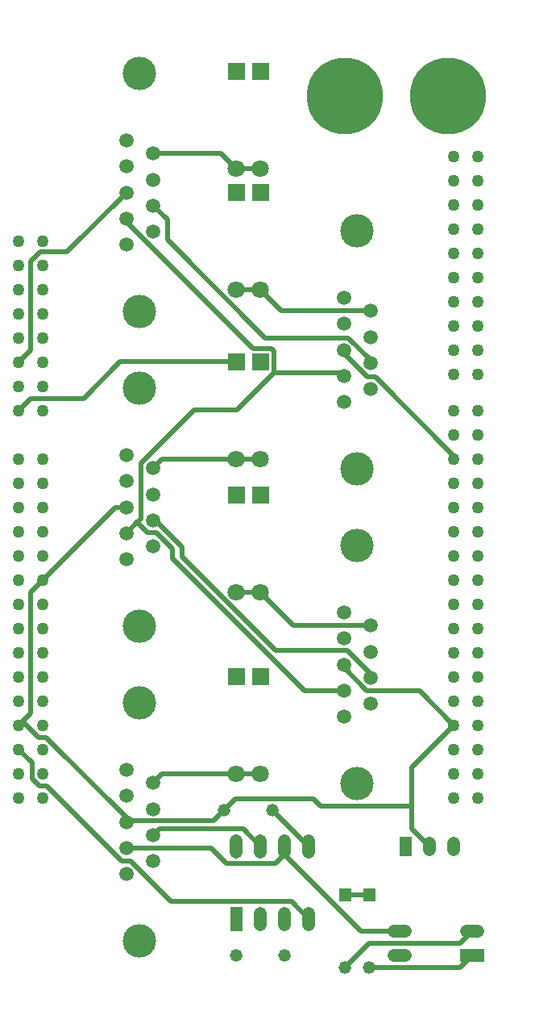
<source format=gbl>
%FSLAX24Y24*%
%MOIN*%
%ADD10C,0.0200*%
%ADD11C,0.0500*%
%ADD12C,0.0520*%
%ADD13C,0.0591*%
%ADD14C,0.0709*%
%ADD15C,0.1378*%
%ADD16C,0.3150*%
D10*
G01X18937Y21999D02*
X18937Y22141D01*
X18937Y22141D02*
X15701Y25377D01*
X15701Y25377D02*
X15349Y25377D01*
X15349Y25377D02*
X14378Y26348D01*
X14378Y26348D02*
X14378Y26500D01*
X5378Y7044D02*
X8981Y7044D01*
X8981Y7044D02*
X9437Y7500D01*
X5378Y7044D02*
X5378Y7000D01*
X1103Y11165D02*
X1768Y10500D01*
X1768Y10500D02*
X2074Y10500D01*
X2074Y10500D02*
X5378Y7195D01*
X5378Y7195D02*
X5378Y7044D01*
X1103Y11165D02*
X1437Y11500D01*
X1437Y11500D02*
X1437Y16500D01*
X1437Y16500D02*
X1937Y16999D01*
X937Y10999D02*
X1103Y11165D01*
X937Y26000D02*
X1437Y26500D01*
X1437Y26500D02*
X1437Y30145D01*
X1437Y30145D02*
X1841Y30549D01*
X1841Y30549D02*
X2927Y30549D01*
X2927Y30549D02*
X5378Y33000D01*
X17201Y7661D02*
X17201Y9264D01*
X17201Y9264D02*
X18937Y10999D01*
X17937Y6000D02*
X17201Y6735D01*
X17201Y6735D02*
X17201Y7661D01*
X9437Y7500D02*
X9908Y7970D01*
X9908Y7970D02*
X13116Y7970D01*
X13116Y7970D02*
X13425Y7661D01*
X13425Y7661D02*
X17201Y7661D01*
X1937Y16999D02*
X4937Y20000D01*
X4937Y20000D02*
X5378Y20000D01*
X14378Y13500D02*
X14378Y13375D01*
X14378Y13375D02*
X15332Y12421D01*
X15332Y12421D02*
X17516Y12421D01*
X17516Y12421D02*
X18937Y10999D01*
X937Y24000D02*
X1437Y24500D01*
X1437Y24500D02*
X3616Y24500D01*
X3616Y24500D02*
X5128Y26012D01*
X5128Y26012D02*
X9937Y26012D01*
X9937Y8987D02*
X6865Y8987D01*
X6865Y8987D02*
X6496Y8618D01*
X10937Y8987D02*
X9937Y8987D01*
X10937Y16487D02*
X12306Y15118D01*
X12306Y15118D02*
X15496Y15118D01*
X9937Y16487D02*
X10937Y16487D01*
X10937Y5999D02*
X10228Y6708D01*
X10228Y6708D02*
X6744Y6708D01*
X6744Y6708D02*
X6496Y6460D01*
X15496Y12960D02*
X15496Y13112D01*
X15496Y13112D02*
X14525Y14083D01*
X14525Y14083D02*
X11557Y14083D01*
X11557Y14083D02*
X7692Y17948D01*
X7692Y17948D02*
X7692Y18373D01*
X7692Y18373D02*
X6604Y19460D01*
X6604Y19460D02*
X6496Y19460D01*
X15496Y25960D02*
X15496Y26085D01*
X15496Y26085D02*
X14575Y27006D01*
X14575Y27006D02*
X11133Y27006D01*
X11133Y27006D02*
X7079Y31060D01*
X7079Y31060D02*
X7079Y31877D01*
X7079Y31877D02*
X6496Y32460D01*
X14437Y4000D02*
X15437Y4000D01*
X10937Y28987D02*
X9937Y28987D01*
X15496Y28118D02*
X11806Y28118D01*
X11806Y28118D02*
X10937Y28987D01*
X9937Y21987D02*
X6865Y21987D01*
X6865Y21987D02*
X6496Y21618D01*
X10937Y21987D02*
X9937Y21987D01*
X937Y10000D02*
X1487Y9450D01*
X1487Y9450D02*
X1487Y8794D01*
X1487Y8794D02*
X1782Y8500D01*
X1782Y8500D02*
X2085Y8500D01*
X2085Y8500D02*
X5203Y5381D01*
X5203Y5381D02*
X5555Y5381D01*
X5555Y5381D02*
X7226Y3711D01*
X7226Y3711D02*
X12226Y3711D01*
X12226Y3711D02*
X12937Y2999D01*
X14437Y999D02*
X15437Y2000D01*
X15437Y2000D02*
X19187Y2000D01*
X19187Y2000D02*
X19687Y2500D01*
X15437Y999D02*
X19187Y1000D01*
X19187Y1000D02*
X19687Y1500D01*
X12937Y5999D02*
X11437Y7500D01*
X5843Y19386D02*
X5378Y18921D01*
X11501Y25573D02*
X9960Y24032D01*
X9960Y24032D02*
X8198Y24032D01*
X8198Y24032D02*
X5997Y21831D01*
X5997Y21831D02*
X5997Y19540D01*
X5997Y19540D02*
X5843Y19386D01*
X5843Y19386D02*
X6264Y18965D01*
X6264Y18965D02*
X6622Y18965D01*
X6622Y18965D02*
X7285Y18301D01*
X7285Y18301D02*
X7285Y17900D01*
X7285Y17900D02*
X12764Y12421D01*
X12764Y12421D02*
X14378Y12421D01*
X5378Y31921D02*
X5378Y31799D01*
X5378Y31799D02*
X10610Y26567D01*
X10610Y26567D02*
X11389Y26567D01*
X11389Y26567D02*
X11501Y26455D01*
X11501Y26455D02*
X11501Y25573D01*
X11501Y25573D02*
X14226Y25573D01*
X14226Y25573D02*
X14378Y25421D01*
X11937Y5656D02*
X15093Y2500D01*
X15093Y2500D02*
X16687Y2500D01*
X11937Y5999D02*
X11937Y5656D01*
X5378Y5921D02*
X8906Y5921D01*
X8906Y5921D02*
X9533Y5295D01*
X9533Y5295D02*
X11576Y5295D01*
X11576Y5295D02*
X11937Y5656D01*
X10937Y33987D02*
X9937Y33987D01*
X6496Y34618D02*
X9306Y34618D01*
X9306Y34618D02*
X9937Y33987D01*
D11*
G01X18937Y25500D03*
X937Y26000D03*
X19937Y9000D03*
X19937Y32500D03*
X1937Y26999D03*
X18937Y20000D03*
X19937Y19000D03*
X19937Y27500D03*
X19937Y28500D03*
X18937Y14000D03*
X19937Y26500D03*
X18937Y10999D03*
X1937Y15000D03*
X1937Y14000D03*
X1937Y18000D03*
X19937Y21999D03*
X937Y31000D03*
X1937Y8000D03*
X937Y25000D03*
X937Y16000D03*
X937Y30000D03*
X937Y21999D03*
X1937Y17000D03*
X937Y24000D03*
X18937Y33500D03*
X1937Y25000D03*
X937Y10000D03*
X19937Y21000D03*
X937Y12000D03*
X19937Y34500D03*
X18937Y15000D03*
X937Y15000D03*
X19937Y8000D03*
X1937Y28000D03*
X1937Y12000D03*
X19937Y10000D03*
X937Y20000D03*
X19937Y10999D03*
X18937Y19000D03*
X937Y21000D03*
X937Y13000D03*
X18937Y27500D03*
X18937Y9000D03*
X1937Y10999D03*
X1937Y21000D03*
X1937Y26000D03*
X18937Y17000D03*
X1937Y31000D03*
X18937Y16000D03*
X1937Y20000D03*
X19937Y29500D03*
X937Y8000D03*
X18937Y10000D03*
X937Y9000D03*
X19937Y31500D03*
X19937Y24000D03*
X18937Y32500D03*
X19937Y14000D03*
X18937Y21000D03*
X937Y17000D03*
X18937Y21999D03*
X18937Y12000D03*
X1937Y21999D03*
X937Y28000D03*
X19937Y20000D03*
X937Y18000D03*
X19937Y33500D03*
X19937Y16000D03*
X19937Y13000D03*
X18937Y18000D03*
X1937Y24000D03*
X937Y26999D03*
X1937Y19000D03*
X19937Y23000D03*
X1937Y30000D03*
X18937Y28500D03*
X19937Y30500D03*
X18937Y30500D03*
X937Y10999D03*
X1937Y9000D03*
X19937Y25500D03*
X18937Y8000D03*
X19937Y12000D03*
X18937Y29500D03*
X19937Y15000D03*
X19937Y17000D03*
X19937Y18000D03*
X18937Y31500D03*
X18937Y23000D03*
X1937Y16000D03*
X1937Y10000D03*
X937Y29000D03*
X937Y14000D03*
X18937Y13000D03*
X18937Y34500D03*
X1937Y29000D03*
X1937Y13000D03*
X937Y19000D03*
X18937Y26500D03*
X18937Y24000D03*
D12*
G01X14437Y999D03*
X15437Y999D03*
X11937Y1499D03*
X9937Y1499D03*
X9437Y7500D03*
X11437Y7500D03*
X10937Y5759D02*
X10937Y6240D01*
X11937Y5759D02*
X11937Y6240D01*
X12937Y2759D02*
X12937Y3240D01*
X9937Y5759D02*
X9937Y6240D01*
X12937Y5759D02*
X12937Y6240D01*
X11937Y2759D02*
X11937Y3240D01*
X10937Y2759D02*
X10937Y3240D01*
X16927Y2500D02*
X16447Y2500D01*
X16927Y1500D02*
X16447Y1500D01*
X19927Y2500D02*
X19447Y2500D01*
X18937Y5860D02*
X18937Y6140D01*
X17937Y5860D02*
X17937Y6140D01*
D13*
G01X6496Y5381D03*
X6496Y6460D03*
X5378Y7000D03*
X5378Y8078D03*
X5378Y9157D03*
X6496Y8618D03*
X5378Y4842D03*
X6496Y7539D03*
X5378Y5921D03*
X6496Y18381D03*
X6496Y19460D03*
X5378Y20000D03*
X5378Y21078D03*
X5378Y22157D03*
X6496Y21618D03*
X5378Y17842D03*
X6496Y20539D03*
X5378Y18921D03*
X6496Y31381D03*
X6496Y32460D03*
X5378Y33000D03*
X5378Y34078D03*
X5378Y35157D03*
X6496Y34618D03*
X5378Y30842D03*
X6496Y33539D03*
X5378Y31921D03*
X15496Y11881D03*
X15496Y12960D03*
X14378Y13500D03*
X14378Y14578D03*
X14378Y15657D03*
X15496Y15118D03*
X14378Y11342D03*
X15496Y14039D03*
X14378Y12421D03*
X15496Y24881D03*
X15496Y25960D03*
X14378Y26500D03*
X14378Y27578D03*
X14378Y28657D03*
X15496Y28118D03*
X14378Y24342D03*
X15496Y27039D03*
X14378Y25421D03*
D14*
G01X9937Y28987D03*
X9937Y16487D03*
X9937Y8987D03*
X9937Y21987D03*
X9937Y33987D03*
X10937Y8987D03*
X10937Y21987D03*
X10937Y33987D03*
X10937Y16487D03*
X10937Y28987D03*
D15*
G01X5937Y2078D03*
X5937Y11921D03*
X5937Y15078D03*
X5937Y24921D03*
X5937Y28078D03*
X5937Y37921D03*
X14937Y8578D03*
X14937Y18421D03*
X14937Y21578D03*
X14937Y31421D03*
D16*
G01X14437Y37000D03*
X18687Y37000D03*
G36*
X10197Y3499D02*G01*
X9677Y3499D01*X9677Y2499D01*X10197Y2499D01*G37*
G36*
X14697Y3740D02*G01*
X14697Y4260D01*X14177Y4260D01*X14177Y3740D01*G37*
G36*
X15697Y3740D02*G01*
X15697Y4260D01*X15177Y4260D01*X15177Y3740D01*G37*
G36*
X10291Y32658D02*G01*
X10291Y33366D01*X9583Y33366D01*X9583Y32658D01*G37*
G36*
X10291Y20158D02*G01*
X10291Y20866D01*X9583Y20866D01*X9583Y20158D01*G37*
G36*
X10291Y12658D02*G01*
X10291Y13366D01*X9583Y13366D01*X9583Y12658D01*G37*
G36*
X10291Y25658D02*G01*
X10291Y26366D01*X9583Y26366D01*X9583Y25658D01*G37*
G36*
X10291Y37658D02*G01*
X10291Y38366D01*X9583Y38366D01*X9583Y37658D01*G37*
G36*
X11291Y12658D02*G01*
X11291Y13366D01*X10583Y13366D01*X10583Y12658D01*G37*
G36*
X11291Y25658D02*G01*
X11291Y26366D01*X10583Y26366D01*X10583Y25658D01*G37*
G36*
X11291Y37658D02*G01*
X11291Y38366D01*X10583Y38366D01*X10583Y37658D01*G37*
G36*
X11291Y20158D02*G01*
X11291Y20866D01*X10583Y20866D01*X10583Y20158D01*G37*
G36*
X11291Y32658D02*G01*
X11291Y33366D01*X10583Y33366D01*X10583Y32658D01*G37*
G36*
X19187Y1760D02*G01*
X19187Y1240D01*X20187Y1240D01*X20187Y1760D01*G37*
G36*
X17197Y6400D02*G01*
X16677Y6400D01*X16677Y5600D01*X17197Y5600D01*G37*
M02*

</source>
